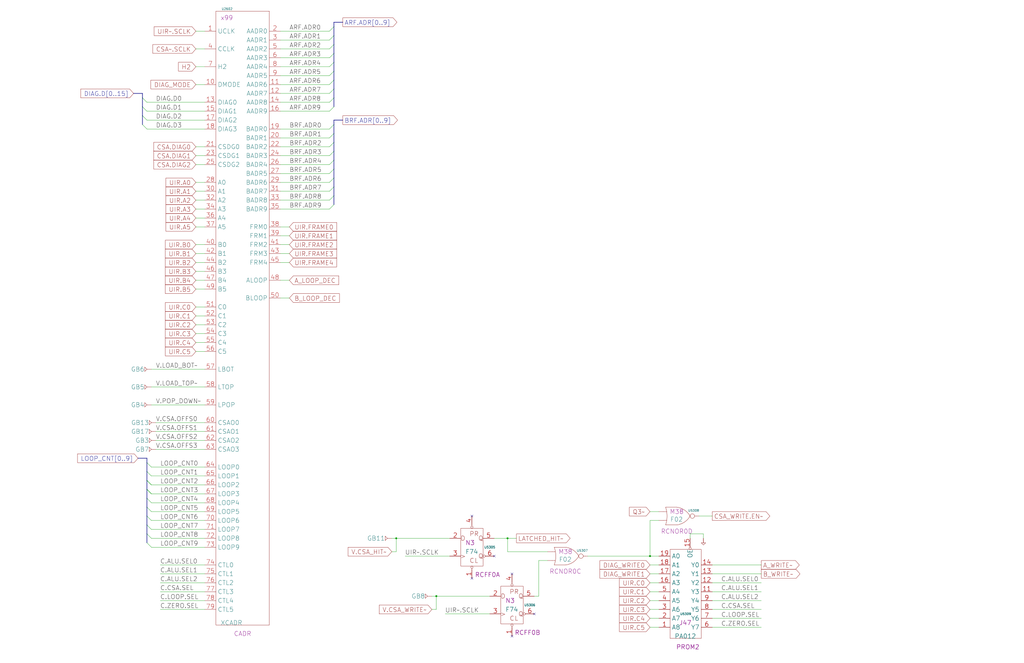
<source format=kicad_sch>
(kicad_sch (version 20230121) (generator eeschema)
  (paper "User" 584.2 378.46)
  (title_block (title "REGISTER FILE CONTROL\\nC ADDRESS GENERATION") (date "22-MAR-90") (rev "1.0") (comment 1 "VALUE") (comment 2 "232-003063") (comment 3 "S400") (comment 4 "RELEASED"))
  (lib_symbols
    (symbol "r1000:F02" (pin_numbers hide) (pin_names hide)
      (property "Reference" "U" (at 12.16 0.635 0))
      (property "Value" "F02" (at -1.27 -4.445 0))
      (property "Location" "___" (at 2.54 0 0))
      (property "Name" "______" (at 2.54 -12.7 0))
      (symbol "F02_0_1"
        (arc (start -3.81 -7.62) (mid -2.9847 -2.54) (end -3.81 2.54) (stroke (width 0.1524)))
        (polyline (pts (xy -5.08 -5.08) (xy -3.175 -5.08)) (stroke (width 0.1524)))
        (polyline (pts (xy -5.08 0) (xy -3.175 0)) (stroke (width 0.1524)))
        (polyline (pts (xy -3.81 -7.62) (xy 2.54 -7.62)) (stroke (width 0.1524)))
        (polyline (pts (xy -3.81 2.54) (xy 2.54 2.54)) (stroke (width 0.1524)))
        (polyline (pts (xy 13.97 -2.54) (xy 12.7 -2.54)) (stroke (width 0.1524)))
        (arc (start 2.54 -7.62) (mid 6.9515 -5.9823) (end 10.16 -2.54) (stroke (width 0.1524)))
        (arc (start 10.16 -2.54) (mid 6.9478 0.8966) (end 2.54 2.54) (stroke (width 0.1524)))
        (circle (center 11.43 -2.54) (radius 1.27) (stroke (width 0.1524)))
      )
      (symbol "F02_0_2"
        (circle (center -3.81 -5.08) (radius 1.27) (stroke (width 0.1524)))
        (circle (center -3.81 0) (radius 1.27) (stroke (width 0.1524)))
        (polyline (pts (xy -2.54 -7.62) (xy 5.08 -7.62)) (stroke (width 0.1524)))
        (polyline (pts (xy -2.54 2.54) (xy -2.54 -7.62)) (stroke (width 0.1524)))
        (polyline (pts (xy -2.54 2.54) (xy 5.08 2.54)) (stroke (width 0.1524)))
        (polyline (pts (xy 11.43 -2.54) (xy 10.16 -2.54)) (stroke (width 0.1524)))
        (polyline (pts (xy 11.43 -2.54) (xy 12.7 -2.54)) (stroke (width 0.1524)))
        (arc (start 5.08 -7.62) (mid 10.1282 -2.54) (end 5.08 2.54) (stroke (width 0.1524)))
      )
      (symbol "F02_1_1"
        (pin input line (at -7.62 0 0) (length 2.54) (name "D0") (number "1"))
        (pin input line (at -7.62 -5.08 0) (length 2.54) (name "D1") (number "2"))
        (pin output line (at 15.24 -2.54 180) (length 1.27) (name "Q") (number "3"))
      )
      (symbol "F02_1_2"
        (pin input line (at -7.62 0 0) (length 2.54) (name "D0") (number "1"))
        (pin input line (at -7.62 -5.08 0) (length 2.54) (name "D1") (number "2"))
        (pin output line (at 15.24 -2.54 180) (length 2.54) (name "Q") (number "3"))
      )
    )
    (symbol "r1000:F74" (pin_names (offset 1.016) hide)
      (property "Reference" "U" (at 12.7 -2.54 0))
      (property "Value" "F74" (at -1.27 -5.08 0))
      (property "Location" "___" (at -1.27 0 0))
      (property "Name" "______" (at 11.43 -19.685 0))
      (symbol "F74_0_1"
        (rectangle (start -3.81 8.255) (end 8.89 -13.335) (stroke (width 0.1524)))
        (polyline (pts (xy 2.54 -15.24) (xy 2.54 -14.605)) (stroke (width 0.1524)))
        (polyline (pts (xy 2.54 10.16) (xy 2.54 9.525)) (stroke (width 0.1524)))
      )
      (symbol "F74_1_1"
        (circle (center 2.54 -13.97) (radius 0.635))
        (circle (center 2.54 8.89) (radius 0.635))
        (circle (center 9.525 -7.62) (radius 0.635))
        (text ">" (at -2.54 -7.62 0) (effects (font (size 2.54 2.54))))
        (text "C" (at 2.54 -10.16 0) (effects (font (size 2.54 2.54))))
        (text "D" (at -2.54 2.54 0) (effects (font (size 2.54 2.54))))
        (text "L" (at 5.08 -10.16 0) (effects (font (size 2.54 2.54))))
        (text "P" (at 2.54 5.08 0) (effects (font (size 2.54 2.54))))
        (text "Q" (at 7.62 -7.62 0) (effects (font (size 2.54 2.54))))
        (text "Q" (at 7.62 2.54 0) (effects (font (size 2.54 2.54))))
        (text "R" (at 5.08 5.08 0) (effects (font (size 2.54 2.54))))
        (pin input line (at 2.54 -20.32 90) (length 5.08) (name "CL_") (number "1"))
        (pin input line (at -10.16 2.54 0) (length 6.35) (name "D") (number "2"))
        (pin input line (at -10.16 -7.62 0) (length 6.35) (name "CLK") (number "3"))
        (pin input line (at 2.54 15.24 270) (length 5.08) (name "PR_") (number "4"))
        (pin output line (at 15.24 2.54 180) (length 6.35) (name "Q") (number "5"))
        (pin output line (at 15.24 -7.62 180) (length 5.08) (name "Q_") (number "6"))
      )
    )
    (symbol "r1000:GB" (pin_numbers hide) (pin_names (offset 0) hide)
      (property "Reference" "GB" (at 3.81 0 0))
      (symbol "GB_0_1"
        (polyline (pts (xy 2.54 0) (xy 3.81 1.27) (xy 3.81 -1.27) (xy 2.54 0)) (stroke (width 0.1524)))
      )
      (symbol "GB_1_1"
        (pin bidirectional line (at 0 0 0) (length 2.54) (name "") (number "1"))
      )
    )
    (symbol "r1000:PAxxx" (pin_names (offset 1.016))
      (property "Reference" "U" (at 2.54 5.08 0))
      (property "Value" "PAxxx" (at -3.81 -7.62 0))
      (property "Location" "___" (at -1.27 0 0))
      (property "Name" "______" (at 3.81 -15.24 0))
      (symbol "PAxxx_1_1"
        (rectangle (start -6.35 41.91) (end 11.43 -8.89))
        (circle (center 5.08 42.545) (radius 0.635))
        (pin input line (at -12.7 -2.54 0) (length 6.35) (name "A8") (number "1"))
        (pin tri_state line (at 17.78 17.78 180) (length 6.35) (name "Y3") (number "11"))
        (pin tri_state line (at 17.78 22.86 180) (length 6.35) (name "Y2") (number "12"))
        (pin tri_state line (at 17.78 27.94 180) (length 6.35) (name "Y1") (number "13"))
        (pin tri_state line (at 17.78 33.02 180) (length 6.35) (name "Y0") (number "14"))
        (pin input line (at 5.08 48.26 270) (length 5.08) (name "OE") (number "15"))
        (pin input line (at -12.7 22.86 0) (length 6.35) (name "A3") (number "16"))
        (pin input line (at -12.7 27.94 0) (length 6.35) (name "A2") (number "17"))
        (pin input line (at -12.7 33.02 0) (length 6.35) (name "A1") (number "18"))
        (pin input line (at -12.7 38.1 0) (length 6.35) (name "A0") (number "19"))
        (pin input line (at -12.7 2.54 0) (length 6.35) (name "A7") (number "2"))
        (pin input line (at -12.7 7.62 0) (length 6.35) (name "A6") (number "3"))
        (pin input line (at -12.7 12.7 0) (length 6.35) (name "A5") (number "4"))
        (pin input line (at -12.7 17.78 0) (length 6.35) (name "A4") (number "5"))
        (pin tri_state line (at 17.78 -2.54 180) (length 6.35) (name "Y7") (number "6"))
        (pin tri_state line (at 17.78 2.54 180) (length 6.35) (name "Y6") (number "7"))
        (pin tri_state line (at 17.78 7.62 180) (length 6.35) (name "Y5") (number "8"))
        (pin tri_state line (at 17.78 12.7 180) (length 6.35) (name "Y4") (number "9"))
      )
    )
    (symbol "r1000:PD" (power) (pin_numbers hide) (pin_names hide) (in_bom no)
      (symbol "PD_0_1"
        (polyline (pts (xy 0 -2.54) (xy 1.27 -2.54) (xy 0 -3.81) (xy -1.27 -2.54) (xy 0 -2.54)) (stroke (width 0.1524)))
      )
      (symbol "PD_1_1"
        (pin power_in line (at 0 0 270) (length 2.54) (name "PD") (number "1"))
      )
    )
    (symbol "r1000:XCADR" (pin_names (offset 1.016))
      (property "Reference" "U" (at 2.54 5.08 0))
      (property "Value" "XCADR" (at -1.27 -345.44 0))
      (property "Location" "___" (at -1.27 0 0))
      (property "Name" "______" (at 11.43 -353.06 0))
      (symbol "XCADR_1_1"
        (rectangle (start -3.81 3.81) (end 26.67 -346.71))
        (pin input line (at -10.16 -7.62 0) (length 6.35) (name "UCLK") (number "1"))
        (pin input line (at -10.16 -38.1 0) (length 6.35) (name "DMODE") (number "10"))
        (pin output line (at 33.02 -38.1 180) (length 6.35) (name "AADR6") (number "11"))
        (pin output line (at 33.02 -43.18 180) (length 6.35) (name "AADR7") (number "12"))
        (pin input line (at -10.16 -48.26 0) (length 6.35) (name "DIAG0") (number "13"))
        (pin output line (at 33.02 -48.26 180) (length 6.35) (name "AADR8") (number "14"))
        (pin input line (at -10.16 -53.34 0) (length 6.35) (name "DIAG1") (number "15"))
        (pin output line (at 33.02 -53.34 180) (length 6.35) (name "AADR9") (number "16"))
        (pin input line (at -10.16 -58.42 0) (length 6.35) (name "DIAG2") (number "17"))
        (pin input line (at -10.16 -63.5 0) (length 6.35) (name "DIAG3") (number "18"))
        (pin output line (at 33.02 -63.5 180) (length 6.35) (name "BADR0") (number "19"))
        (pin output line (at 33.02 -7.62 180) (length 6.35) (name "AADR0") (number "2"))
        (pin output line (at 33.02 -68.58 180) (length 6.35) (name "BADR1") (number "20"))
        (pin input line (at -10.16 -73.66 0) (length 6.35) (name "CSDG0") (number "21"))
        (pin output line (at 33.02 -73.66 180) (length 6.35) (name "BADR2") (number "22"))
        (pin input line (at -10.16 -78.74 0) (length 6.35) (name "CSDG1") (number "23"))
        (pin output line (at 33.02 -78.74 180) (length 6.35) (name "BADR3") (number "24"))
        (pin input line (at -10.16 -83.82 0) (length 6.35) (name "CSDG2") (number "25"))
        (pin output line (at 33.02 -83.82 180) (length 6.35) (name "BADR4") (number "26"))
        (pin output line (at 33.02 -88.9 180) (length 6.35) (name "BADR5") (number "27"))
        (pin input line (at -10.16 -93.98 0) (length 6.35) (name "A0") (number "28"))
        (pin output line (at 33.02 -93.98 180) (length 6.35) (name "BADR6") (number "29"))
        (pin output line (at 33.02 -12.7 180) (length 6.35) (name "AADR1") (number "3"))
        (pin input line (at -10.16 -99.06 0) (length 6.35) (name "A1") (number "30"))
        (pin output line (at 33.02 -99.06 180) (length 6.35) (name "BADR7") (number "31"))
        (pin input line (at -10.16 -104.14 0) (length 6.35) (name "A2") (number "32"))
        (pin output line (at 33.02 -104.14 180) (length 6.35) (name "BADR8") (number "33"))
        (pin input line (at -10.16 -109.22 0) (length 6.35) (name "A3") (number "34"))
        (pin output line (at 33.02 -109.22 180) (length 6.35) (name "BADR9") (number "35"))
        (pin input line (at -10.16 -114.3 0) (length 6.35) (name "A4") (number "36"))
        (pin input line (at -10.16 -119.38 0) (length 6.35) (name "A5") (number "37"))
        (pin input line (at 33.02 -119.38 180) (length 6.35) (name "FRM0") (number "38"))
        (pin input line (at 33.02 -124.46 180) (length 6.35) (name "FRM1") (number "39"))
        (pin input line (at -10.16 -17.78 0) (length 6.35) (name "CCLK") (number "4"))
        (pin input line (at -10.16 -129.54 0) (length 6.35) (name "B0") (number "40"))
        (pin input line (at 33.02 -129.54 180) (length 6.35) (name "FRM2") (number "41"))
        (pin input line (at -10.16 -134.62 0) (length 6.35) (name "B1") (number "42"))
        (pin input line (at 33.02 -134.62 180) (length 6.35) (name "FRM3") (number "43"))
        (pin input line (at -10.16 -139.7 0) (length 6.35) (name "B2") (number "44"))
        (pin input line (at 33.02 -139.7 180) (length 6.35) (name "FRM4") (number "45"))
        (pin input line (at -10.16 -144.78 0) (length 6.35) (name "B3") (number "46"))
        (pin input line (at -10.16 -149.86 0) (length 6.35) (name "B4") (number "47"))
        (pin input line (at 33.02 -149.86 180) (length 6.35) (name "ALOOP") (number "48"))
        (pin input line (at -10.16 -154.94 0) (length 6.35) (name "B5") (number "49"))
        (pin output line (at 33.02 -17.78 180) (length 6.35) (name "AADR2") (number "5"))
        (pin input line (at 33.02 -160.02 180) (length 6.35) (name "BLOOP") (number "50"))
        (pin input line (at -10.16 -165.1 0) (length 6.35) (name "C0") (number "51"))
        (pin input line (at -10.16 -170.18 0) (length 6.35) (name "C1") (number "52"))
        (pin input line (at -10.16 -175.26 0) (length 6.35) (name "C2") (number "53"))
        (pin input line (at -10.16 -180.34 0) (length 6.35) (name "C3") (number "54"))
        (pin input line (at -10.16 -185.42 0) (length 6.35) (name "C4") (number "55"))
        (pin input line (at -10.16 -190.5 0) (length 6.35) (name "C5") (number "56"))
        (pin input line (at -10.16 -200.66 0) (length 6.35) (name "LBOT") (number "57"))
        (pin input line (at -10.16 -210.82 0) (length 6.35) (name "LTOP") (number "58"))
        (pin input line (at -10.16 -220.98 0) (length 6.35) (name "LPOP") (number "59"))
        (pin output line (at 33.02 -22.86 180) (length 6.35) (name "AADR3") (number "6"))
        (pin input line (at -10.16 -231.14 0) (length 6.35) (name "CSAO0") (number "60"))
        (pin input line (at -10.16 -236.22 0) (length 6.35) (name "CSAO1") (number "61"))
        (pin input line (at -10.16 -241.3 0) (length 6.35) (name "CSAO2") (number "62"))
        (pin input line (at -10.16 -246.38 0) (length 6.35) (name "CSAO3") (number "63"))
        (pin input line (at -10.16 -256.54 0) (length 6.35) (name "LOOP0") (number "64"))
        (pin input line (at -10.16 -261.62 0) (length 6.35) (name "LOOP1") (number "65"))
        (pin input line (at -10.16 -266.7 0) (length 6.35) (name "LOOP2") (number "66"))
        (pin input line (at -10.16 -271.78 0) (length 6.35) (name "LOOP3") (number "67"))
        (pin input line (at -10.16 -276.86 0) (length 6.35) (name "LOOP4") (number "68"))
        (pin input line (at -10.16 -281.94 0) (length 6.35) (name "LOOP5") (number "69"))
        (pin input line (at -10.16 -27.94 0) (length 6.35) (name "H2") (number "7"))
        (pin input line (at -10.16 -287.02 0) (length 6.35) (name "LOOP6") (number "70"))
        (pin input line (at -10.16 -292.1 0) (length 6.35) (name "LOOP7") (number "71"))
        (pin input line (at -10.16 -297.18 0) (length 6.35) (name "LOOP8") (number "72"))
        (pin input line (at -10.16 -302.26 0) (length 6.35) (name "LOOP9") (number "73"))
        (pin input line (at -10.16 -312.42 0) (length 6.35) (name "CTL0") (number "74"))
        (pin input line (at -10.16 -317.5 0) (length 6.35) (name "CTL1") (number "75"))
        (pin input line (at -10.16 -322.58 0) (length 6.35) (name "CTL2") (number "76"))
        (pin input line (at -10.16 -327.66 0) (length 6.35) (name "CTL3") (number "77"))
        (pin input line (at -10.16 -332.74 0) (length 6.35) (name "CTL4") (number "78"))
        (pin input line (at -10.16 -337.82 0) (length 6.35) (name "CTL5") (number "79"))
        (pin output line (at 33.02 -27.94 180) (length 6.35) (name "AADR4") (number "8"))
        (pin output line (at 33.02 -33.02 180) (length 6.35) (name "AADR5") (number "9"))
      )
    )
  )
  (junction (at 248.92 340.36))
  (junction (at 289.56 307.34))
  (junction (at 226.06 307.34))
  (junction (at 370.84 317.5))
  (no_connect (at 269.24 294.64))
  (no_connect (at 304.8 350.52))
  (no_connect (at 292.1 363.22))
  (no_connect (at 269.24 330.2))
  (no_connect (at 281.94 317.5))
  (no_connect (at 292.1 327.66))
  (bus_entry (at 190.5 106.68) (size -2.54 2.54))
  (bus_entry (at 83.82 269.24) (size 2.54 2.54))
  (bus_entry (at 83.82 299.72) (size 2.54 2.54))
  (bus_entry (at 83.82 279.4) (size 2.54 2.54))
  (bus_entry (at 190.5 60.96) (size -2.54 2.54))
  (bus_entry (at 81.28 71.12) (size 2.54 2.54))
  (bus_entry (at 190.5 25.4) (size -2.54 2.54))
  (bus_entry (at 190.5 45.72) (size -2.54 2.54))
  (bus_entry (at 190.5 86.36) (size -2.54 2.54))
  (bus_entry (at 83.82 304.8) (size 2.54 2.54))
  (bus_entry (at 81.28 66.04) (size 2.54 2.54))
  (bus_entry (at 190.5 81.28) (size -2.54 2.54))
  (bus_entry (at 81.28 55.88) (size 2.54 2.54))
  (bus_entry (at 190.5 116.84) (size -2.54 2.54))
  (bus_entry (at 190.5 30.48) (size -2.54 2.54))
  (bus_entry (at 190.5 96.52) (size -2.54 2.54))
  (bus_entry (at 83.82 294.64) (size 2.54 2.54))
  (bus_entry (at 81.28 60.96) (size 2.54 2.54))
  (bus_entry (at 83.82 309.88) (size 2.54 2.54))
  (bus_entry (at 190.5 101.6) (size -2.54 2.54))
  (bus_entry (at 83.82 264.16) (size 2.54 2.54))
  (bus_entry (at 190.5 15.24) (size -2.54 2.54))
  (bus_entry (at 190.5 35.56) (size -2.54 2.54))
  (bus_entry (at 190.5 91.44) (size -2.54 2.54))
  (bus_entry (at 190.5 50.8) (size -2.54 2.54))
  (bus_entry (at 190.5 55.88) (size -2.54 2.54))
  (bus_entry (at 83.82 289.56) (size 2.54 2.54))
  (bus_entry (at 190.5 76.2) (size -2.54 2.54))
  (bus_entry (at 190.5 40.64) (size -2.54 2.54))
  (bus_entry (at 190.5 71.12) (size -2.54 2.54))
  (bus_entry (at 83.82 284.48) (size 2.54 2.54))
  (bus_entry (at 83.82 274.32) (size 2.54 2.54))
  (bus_entry (at 83.82 279.4) (size 2.54 2.54))
  (bus_entry (at 190.5 111.76) (size -2.54 2.54))
  (bus_entry (at 190.5 20.32) (size -2.54 2.54))
  (bus_entry (at 83.82 274.32) (size 2.54 2.54))
  (wire (pts (xy 160.02 38.1) (xy 187.96 38.1)))
  (wire (pts (xy 160.02 63.5) (xy 187.96 63.5)))
  (wire (pts (xy 111.76 48.26) (xy 116.84 48.26)))
  (bus (pts (xy 83.82 279.4) (xy 83.82 284.48)))
  (bus (pts (xy 190.5 25.4) (xy 190.5 30.48)))
  (bus (pts (xy 190.5 106.68) (xy 190.5 111.76)))
  (wire (pts (xy 111.76 190.5) (xy 116.84 190.5)))
  (bus (pts (xy 190.5 86.36) (xy 190.5 91.44)))
  (wire (pts (xy 160.02 170.18) (xy 165.1 170.18)))
  (wire (pts (xy 160.02 53.34) (xy 187.96 53.34)))
  (wire (pts (xy 111.76 180.34) (xy 116.84 180.34)))
  (bus (pts (xy 190.5 20.32) (xy 190.5 25.4)))
  (wire (pts (xy 111.76 124.46) (xy 116.84 124.46)))
  (wire (pts (xy 111.76 93.98) (xy 116.84 93.98)))
  (wire (pts (xy 111.76 109.22) (xy 116.84 109.22)))
  (wire (pts (xy 88.9 241.3) (xy 116.84 241.3)))
  (wire (pts (xy 312.42 314.96) (xy 289.56 314.96)))
  (bus (pts (xy 190.5 68.58) (xy 190.5 71.12)))
  (wire (pts (xy 223.52 314.96) (xy 226.06 314.96)))
  (wire (pts (xy 111.76 144.78) (xy 116.84 144.78)))
  (wire (pts (xy 254 350.52) (xy 279.4 350.52)))
  (bus (pts (xy 83.82 294.64) (xy 83.82 289.56)))
  (bus (pts (xy 83.82 274.32) (xy 83.82 279.4)))
  (wire (pts (xy 111.76 195.58) (xy 116.84 195.58)))
  (wire (pts (xy 289.56 314.96) (xy 289.56 307.34)))
  (wire (pts (xy 83.82 63.5) (xy 116.84 63.5)))
  (bus (pts (xy 190.5 50.8) (xy 190.5 55.88)))
  (wire (pts (xy 111.76 149.86) (xy 116.84 149.86)))
  (wire (pts (xy 406.4 337.82) (xy 434.34 337.82)))
  (wire (pts (xy 160.02 160.02) (xy 165.1 160.02)))
  (wire (pts (xy 86.36 297.18) (xy 116.84 297.18)))
  (bus (pts (xy 76.2 53.34) (xy 81.28 53.34)))
  (wire (pts (xy 111.76 17.78) (xy 116.84 17.78)))
  (bus (pts (xy 190.5 40.64) (xy 190.5 45.72)))
  (wire (pts (xy 86.36 312.42) (xy 116.84 312.42)))
  (wire (pts (xy 307.34 320.04) (xy 312.42 320.04)))
  (wire (pts (xy 160.02 83.82) (xy 187.96 83.82)))
  (wire (pts (xy 375.92 297.18) (xy 370.84 297.18)))
  (wire (pts (xy 86.36 287.02) (xy 116.84 287.02)))
  (wire (pts (xy 226.06 314.96) (xy 226.06 307.34)))
  (wire (pts (xy 91.44 347.98) (xy 116.84 347.98)))
  (wire (pts (xy 160.02 48.26) (xy 187.96 48.26)))
  (wire (pts (xy 370.84 342.9) (xy 375.92 342.9)))
  (bus (pts (xy 81.28 60.96) (xy 81.28 66.04)))
  (wire (pts (xy 86.36 307.34) (xy 116.84 307.34)))
  (bus (pts (xy 190.5 101.6) (xy 190.5 106.68)))
  (wire (pts (xy 111.76 88.9) (xy 116.84 88.9)))
  (wire (pts (xy 111.76 200.66) (xy 116.84 200.66)))
  (bus (pts (xy 83.82 261.62) (xy 78.74 261.62)))
  (wire (pts (xy 165.1 139.7) (xy 160.02 139.7)))
  (wire (pts (xy 160.02 43.18) (xy 187.96 43.18)))
  (wire (pts (xy 165.1 144.78) (xy 160.02 144.78)))
  (wire (pts (xy 83.82 73.66) (xy 116.84 73.66)))
  (bus (pts (xy 195.58 68.58) (xy 190.5 68.58)))
  (wire (pts (xy 86.36 220.98) (xy 116.84 220.98)))
  (wire (pts (xy 111.76 185.42) (xy 116.84 185.42)))
  (wire (pts (xy 370.84 337.82) (xy 375.92 337.82)))
  (wire (pts (xy 111.76 38.1) (xy 116.84 38.1)))
  (wire (pts (xy 160.02 22.86) (xy 187.96 22.86)))
  (wire (pts (xy 406.4 342.9) (xy 434.34 342.9)))
  (wire (pts (xy 88.9 251.46) (xy 116.84 251.46)))
  (bus (pts (xy 190.5 30.48) (xy 190.5 35.56)))
  (bus (pts (xy 83.82 264.16) (xy 83.82 261.62)))
  (wire (pts (xy 111.76 165.1) (xy 116.84 165.1)))
  (bus (pts (xy 195.58 12.7) (xy 190.5 12.7)))
  (wire (pts (xy 86.36 210.82) (xy 116.84 210.82)))
  (wire (pts (xy 370.84 358.14) (xy 375.92 358.14)))
  (wire (pts (xy 304.8 340.36) (xy 307.34 340.36)))
  (bus (pts (xy 190.5 12.7) (xy 190.5 15.24)))
  (wire (pts (xy 91.44 327.66) (xy 116.84 327.66)))
  (wire (pts (xy 246.38 347.98) (xy 248.92 347.98)))
  (wire (pts (xy 111.76 160.02) (xy 116.84 160.02)))
  (bus (pts (xy 81.28 55.88) (xy 81.28 60.96)))
  (wire (pts (xy 86.36 276.86) (xy 116.84 276.86)))
  (wire (pts (xy 248.92 340.36) (xy 279.4 340.36)))
  (wire (pts (xy 248.92 347.98) (xy 248.92 340.36)))
  (wire (pts (xy 370.84 297.18) (xy 370.84 317.5)))
  (wire (pts (xy 248.92 340.36) (xy 246.38 340.36)))
  (wire (pts (xy 88.9 246.38) (xy 116.84 246.38)))
  (wire (pts (xy 307.34 340.36) (xy 307.34 320.04)))
  (wire (pts (xy 406.4 347.98) (xy 434.34 347.98)))
  (wire (pts (xy 111.76 129.54) (xy 116.84 129.54)))
  (wire (pts (xy 91.44 342.9) (xy 116.84 342.9)))
  (wire (pts (xy 370.84 322.58) (xy 375.92 322.58)))
  (wire (pts (xy 370.84 332.74) (xy 375.92 332.74)))
  (bus (pts (xy 190.5 71.12) (xy 190.5 76.2)))
  (wire (pts (xy 226.06 307.34) (xy 256.54 307.34)))
  (wire (pts (xy 165.1 149.86) (xy 160.02 149.86)))
  (wire (pts (xy 86.36 281.94) (xy 116.84 281.94)))
  (wire (pts (xy 160.02 93.98) (xy 187.96 93.98)))
  (wire (pts (xy 406.4 322.58) (xy 434.34 322.58)))
  (wire (pts (xy 111.76 154.94) (xy 116.84 154.94)))
  (bus (pts (xy 83.82 269.24) (xy 83.82 274.32)))
  (wire (pts (xy 406.4 358.14) (xy 434.34 358.14)))
  (wire (pts (xy 91.44 337.82) (xy 116.84 337.82)))
  (wire (pts (xy 165.1 134.62) (xy 160.02 134.62)))
  (wire (pts (xy 86.36 266.7) (xy 116.84 266.7)))
  (wire (pts (xy 160.02 27.94) (xy 187.96 27.94)))
  (wire (pts (xy 370.84 353.06) (xy 375.92 353.06)))
  (wire (pts (xy 83.82 68.58) (xy 116.84 68.58)))
  (wire (pts (xy 160.02 119.38) (xy 187.96 119.38)))
  (wire (pts (xy 111.76 104.14) (xy 116.84 104.14)))
  (wire (pts (xy 335.28 317.5) (xy 370.84 317.5)))
  (wire (pts (xy 86.36 292.1) (xy 116.84 292.1)))
  (wire (pts (xy 86.36 271.78) (xy 116.84 271.78)))
  (wire (pts (xy 226.06 307.34) (xy 223.52 307.34)))
  (wire (pts (xy 401.32 307.34) (xy 401.32 304.8)))
  (wire (pts (xy 165.1 129.54) (xy 160.02 129.54)))
  (wire (pts (xy 111.76 114.3) (xy 116.84 114.3)))
  (wire (pts (xy 111.76 83.82) (xy 116.84 83.82)))
  (bus (pts (xy 190.5 35.56) (xy 190.5 40.64)))
  (wire (pts (xy 160.02 99.06) (xy 187.96 99.06)))
  (wire (pts (xy 160.02 114.3) (xy 187.96 114.3)))
  (wire (pts (xy 370.84 347.98) (xy 375.92 347.98)))
  (bus (pts (xy 190.5 15.24) (xy 190.5 20.32)))
  (wire (pts (xy 91.44 322.58) (xy 116.84 322.58)))
  (wire (pts (xy 111.76 139.7) (xy 116.84 139.7)))
  (wire (pts (xy 398.78 294.64) (xy 406.4 294.64)))
  (wire (pts (xy 88.9 256.54) (xy 116.84 256.54)))
  (wire (pts (xy 160.02 58.42) (xy 187.96 58.42)))
  (bus (pts (xy 83.82 264.16) (xy 83.82 269.24)))
  (wire (pts (xy 111.76 119.38) (xy 116.84 119.38)))
  (wire (pts (xy 160.02 78.74) (xy 187.96 78.74)))
  (wire (pts (xy 393.7 304.8) (xy 393.7 307.34)))
  (bus (pts (xy 83.82 299.72) (xy 83.82 304.8)))
  (bus (pts (xy 81.28 53.34) (xy 81.28 55.88)))
  (bus (pts (xy 190.5 55.88) (xy 190.5 60.96)))
  (wire (pts (xy 370.84 292.1) (xy 375.92 292.1)))
  (bus (pts (xy 83.82 304.8) (xy 83.82 309.88)))
  (bus (pts (xy 190.5 91.44) (xy 190.5 96.52)))
  (wire (pts (xy 401.32 304.8) (xy 393.7 304.8)))
  (bus (pts (xy 81.28 66.04) (xy 81.28 71.12)))
  (wire (pts (xy 160.02 88.9) (xy 187.96 88.9)))
  (wire (pts (xy 160.02 17.78) (xy 187.96 17.78)))
  (wire (pts (xy 86.36 302.26) (xy 116.84 302.26)))
  (bus (pts (xy 190.5 111.76) (xy 190.5 116.84)))
  (wire (pts (xy 83.82 58.42) (xy 116.84 58.42)))
  (wire (pts (xy 111.76 27.94) (xy 116.84 27.94)))
  (wire (pts (xy 406.4 327.66) (xy 434.34 327.66)))
  (bus (pts (xy 190.5 96.52) (xy 190.5 101.6)))
  (wire (pts (xy 160.02 109.22) (xy 187.96 109.22)))
  (wire (pts (xy 111.76 175.26) (xy 116.84 175.26)))
  (wire (pts (xy 406.4 332.74) (xy 434.34 332.74)))
  (wire (pts (xy 281.94 307.34) (xy 289.56 307.34)))
  (bus (pts (xy 190.5 81.28) (xy 190.5 86.36)))
  (wire (pts (xy 86.36 231.14) (xy 116.84 231.14)))
  (wire (pts (xy 160.02 33.02) (xy 187.96 33.02)))
  (bus (pts (xy 190.5 76.2) (xy 190.5 81.28)))
  (bus (pts (xy 83.82 284.48) (xy 83.82 289.56)))
  (wire (pts (xy 231.14 317.5) (xy 256.54 317.5)))
  (wire (pts (xy 289.56 307.34) (xy 294.64 307.34)))
  (wire (pts (xy 160.02 73.66) (xy 187.96 73.66)))
  (wire (pts (xy 370.84 317.5) (xy 375.92 317.5)))
  (wire (pts (xy 160.02 104.14) (xy 187.96 104.14)))
  (wire (pts (xy 91.44 332.74) (xy 116.84 332.74)))
  (bus (pts (xy 190.5 45.72) (xy 190.5 50.8)))
  (wire (pts (xy 370.84 327.66) (xy 375.92 327.66)))
  (wire (pts (xy 406.4 353.06) (xy 434.34 353.06)))
  (bus (pts (xy 83.82 294.64) (xy 83.82 299.72)))
  (label "DIAG.D3" (at 88.9 73.66 0) (effects (font (size 2.54 2.54))))
  (label "V.POP_DOWN~" (at 88.9 231.14 0) (effects (font (size 2.54 2.54))))
  (label "V.CSA.OFFS1" (at 88.9 246.38 0) (effects (font (size 2.54 2.54))))
  (label "C.ZERO.SEL" (at 411.48 358.14 0) (effects (font (size 2.54 2.54))))
  (label "BRF.ADR4" (at 165.1 93.98 0) (effects (font (size 2.54 2.54))))
  (label "BRF.ADR6" (at 165.1 104.14 0) (effects (font (size 2.54 2.54))))
  (label "C.CSA.SEL" (at 411.48 347.98 0) (effects (font (size 2.54 2.54))))
  (label "ARF.ADR4" (at 165.1 38.1 0) (effects (font (size 2.54 2.54))))
  (label "DIAG.D1" (at 88.9 63.5 0) (effects (font (size 2.54 2.54))))
  (label "ARF.ADR1" (at 165.1 22.86 0) (effects (font (size 2.54 2.54))))
  (label "LOOP_CNT6" (at 91.44 297.18 0) (effects (font (size 2.54 2.54))))
  (label "LOOP_CNT9" (at 91.44 312.42 0) (effects (font (size 2.54 2.54))))
  (label "BRF.ADR9" (at 165.1 119.38 0) (effects (font (size 2.54 2.54))))
  (label "V.LOAD_BOT~" (at 88.9 210.82 0) (effects (font (size 2.54 2.54))))
  (label "LOOP_CNT7" (at 91.44 302.26 0) (effects (font (size 2.54 2.54))))
  (label "C.LOOP.SEL" (at 91.44 342.9 0) (effects (font (size 2.54 2.54))))
  (label "ARF.ADR0" (at 165.1 17.78 0) (effects (font (size 2.54 2.54))))
  (label "C.ALU.SEL2" (at 411.48 342.9 0) (effects (font (size 2.54 2.54))))
  (label "BRF.ADR7" (at 165.1 109.22 0) (effects (font (size 2.54 2.54))))
  (label "LOOP_CNT3" (at 91.44 281.94 0) (effects (font (size 2.54 2.54))))
  (label "C.CSA.SEL" (at 91.44 337.82 0) (effects (font (size 2.54 2.54))))
  (label "C.ALU.SEL1" (at 91.44 327.66 0) (effects (font (size 2.54 2.54))))
  (label "DIAG.D0" (at 88.9 58.42 0) (effects (font (size 2.54 2.54))))
  (label "BRF.ADR3" (at 165.1 88.9 0) (effects (font (size 2.54 2.54))))
  (label "V.CSA.OFFS2" (at 88.9 251.46 0) (effects (font (size 2.54 2.54))))
  (label "LOOP_CNT0" (at 91.44 266.7 0) (effects (font (size 2.54 2.54))))
  (label "LOOP_CNT1" (at 91.44 271.78 0) (effects (font (size 2.54 2.54))))
  (label "V.CSA.OFFS0" (at 88.9 241.3 0) (effects (font (size 2.54 2.54))))
  (label "UIR~.SCLK" (at 254 350.52 0) (effects (font (size 2.54 2.54))))
  (label "BRF.ADR5" (at 165.1 99.06 0) (effects (font (size 2.54 2.54))))
  (label "ARF.ADR7" (at 165.1 53.34 0) (effects (font (size 2.54 2.54))))
  (label "BRF.ADR8" (at 165.1 114.3 0) (effects (font (size 2.54 2.54))))
  (label "V.CSA.OFFS3" (at 88.9 256.54 0) (effects (font (size 2.54 2.54))))
  (label "LOOP_CNT4" (at 91.44 287.02 0) (effects (font (size 2.54 2.54))))
  (label "LOOP_CNT2" (at 91.44 276.86 0) (effects (font (size 2.54 2.54))))
  (label "DIAG.D2" (at 88.9 68.58 0) (effects (font (size 2.54 2.54))))
  (label "ARF.ADR8" (at 165.1 58.42 0) (effects (font (size 2.54 2.54))))
  (label "C.ALU.SEL2" (at 91.44 332.74 0) (effects (font (size 2.54 2.54))))
  (label "BRF.ADR1" (at 165.1 78.74 0) (effects (font (size 2.54 2.54))))
  (label "ARF.ADR3" (at 165.1 33.02 0) (effects (font (size 2.54 2.54))))
  (label "BRF.ADR2" (at 165.1 83.82 0) (effects (font (size 2.54 2.54))))
  (label "V.LOAD_TOP~" (at 88.9 220.98 0) (effects (font (size 2.54 2.54))))
  (label "C.ALU.SEL0" (at 91.44 322.58 0) (effects (font (size 2.54 2.54))))
  (label "C.ALU.SEL1" (at 411.48 337.82 0) (effects (font (size 2.54 2.54))))
  (label "LOOP_CNT8" (at 91.44 307.34 0) (effects (font (size 2.54 2.54))))
  (label "C.LOOP.SEL" (at 411.48 353.06 0) (effects (font (size 2.54 2.54))))
  (label "C.ALU.SEL0" (at 411.48 332.74 0) (effects (font (size 2.54 2.54))))
  (label "ARF.ADR5" (at 165.1 43.18 0) (effects (font (size 2.54 2.54))))
  (label "LOOP_CNT5" (at 91.44 292.1 0) (effects (font (size 2.54 2.54))))
  (label "ARF.ADR2" (at 165.1 27.94 0) (effects (font (size 2.54 2.54))))
  (label "ARF.ADR9" (at 165.1 63.5 0) (effects (font (size 2.54 2.54))))
  (label "C.ZERO.SEL" (at 91.44 347.98 0) (effects (font (size 2.54 2.54))))
  (label "ARF.ADR6" (at 165.1 48.26 0) (effects (font (size 2.54 2.54))))
  (label "UIR~.SCLK" (at 231.14 317.5 0) (effects (font (size 2.54 2.54))))
  (label "BRF.ADR0" (at 165.1 73.66 0) (effects (font (size 2.54 2.54))))
  (global_label "A_LOOP_DEC" (shape input) (at 165.1 160.02 0) (effects (font (size 2.54 2.54))) (property "Intersheetrefs" "${INTERSHEET_REFS}" (at 193.2698 159.8613 0) (effects (font (size 1.905 1.905)) (justify left))))
  (global_label "CSA~.SCLK" (shape input) (at 111.76 27.94 180) (effects (font (size 2.54 2.54))) (property "Intersheetrefs" "${INTERSHEET_REFS}" (at 87.2188 27.7813 0) (effects (font (size 1.905 1.905)) (justify right))))
  (global_label "UIR.C5" (shape input) (at 370.84 358.14 180) (effects (font (size 2.54 2.54))) (property "Intersheetrefs" "${INTERSHEET_REFS}" (at 352.4505 358.14 0) (effects (justify right))))
  (global_label "UIR.B0" (shape input) (at 111.76 139.7 180) (effects (font (size 2.54 2.54))) (property "Intersheetrefs" "${INTERSHEET_REFS}" (at 93.3705 139.7 0) (effects (justify right))))
  (global_label "Q3~" (shape input) (at 370.84 292.1 180) (effects (font (size 2.54 2.54))) (property "Intersheetrefs" "${INTERSHEET_REFS}" (at 358.1352 292.1 0) (effects (font (size 1.905 1.905)) (justify right))))
  (global_label "UIR.C5" (shape input) (at 111.76 200.66 180) (effects (font (size 2.54 2.54))) (property "Intersheetrefs" "${INTERSHEET_REFS}" (at 93.3705 200.66 0) (effects (justify right))))
  (global_label "DIAG_WRITE0" (shape input) (at 370.84 322.58 180) (effects (font (size 2.54 2.54))) (property "Intersheetrefs" "${INTERSHEET_REFS}" (at 341.323 322.58 0) (effects (justify right))))
  (global_label "UIR.C2" (shape input) (at 370.84 342.9 180) (effects (font (size 2.54 2.54))) (property "Intersheetrefs" "${INTERSHEET_REFS}" (at 352.4505 342.9 0) (effects (justify right))))
  (global_label "UIR.C1" (shape input) (at 111.76 180.34 180) (effects (font (size 2.54 2.54))) (property "Intersheetrefs" "${INTERSHEET_REFS}" (at 93.3705 180.34 0) (effects (justify right))))
  (global_label "UIR.C0" (shape input) (at 370.84 332.74 180) (effects (font (size 2.54 2.54))) (property "Intersheetrefs" "${INTERSHEET_REFS}" (at 352.4505 332.74 0) (effects (justify right))))
  (global_label "UIR.FRAME4" (shape input) (at 165.1 149.86 0) (effects (font (size 2.54 2.54))) (property "Intersheetrefs" "${INTERSHEET_REFS}" (at 193.0447 149.86 0) (effects (justify left))))
  (global_label "UIR.FRAME0" (shape input) (at 165.1 129.54 0) (effects (font (size 2.54 2.54))) (property "Intersheetrefs" "${INTERSHEET_REFS}" (at 193.0447 129.54 0) (effects (justify left))))
  (global_label "DIAG_MODE" (shape input) (at 111.76 48.26 180) (effects (font (size 2.54 2.54))) (property "Intersheetrefs" "${INTERSHEET_REFS}" (at 79.9616 48.1013 0) (effects (font (size 1.905 1.905)) (justify right))))
  (global_label "UIR.C4" (shape input) (at 111.76 195.58 180) (effects (font (size 2.54 2.54))) (property "Intersheetrefs" "${INTERSHEET_REFS}" (at 93.3705 195.58 0) (effects (justify right))))
  (global_label "UIR.B4" (shape input) (at 111.76 160.02 180) (effects (font (size 2.54 2.54))) (property "Intersheetrefs" "${INTERSHEET_REFS}" (at 93.3705 160.02 0) (effects (justify right))))
  (global_label "H2" (shape input) (at 111.76 38.1 180) (effects (font (size 2.54 2.54))) (property "Intersheetrefs" "${INTERSHEET_REFS}" (at 100.8695 38.1 0) (effects (justify right))))
  (global_label "UIR.A5" (shape input) (at 111.76 129.54 180) (effects (font (size 2.54 2.54))) (property "Intersheetrefs" "${INTERSHEET_REFS}" (at 93.7334 129.54 0) (effects (justify right))))
  (global_label "UIR.A1" (shape input) (at 111.76 109.22 180) (effects (font (size 2.54 2.54))) (property "Intersheetrefs" "${INTERSHEET_REFS}" (at 93.7334 109.22 0) (effects (justify right))))
  (global_label "B_LOOP_DEC" (shape input) (at 165.1 170.18 0) (effects (font (size 2.54 2.54))) (property "Intersheetrefs" "${INTERSHEET_REFS}" (at 194.2996 170.18 0) (effects (font (size 1.905 1.905)) (justify left))))
  (global_label "UIR.C3" (shape input) (at 111.76 190.5 180) (effects (font (size 2.54 2.54))) (property "Intersheetrefs" "${INTERSHEET_REFS}" (at 93.3705 190.5 0) (effects (justify right))))
  (global_label "UIR.FRAME3" (shape input) (at 165.1 144.78 0) (effects (font (size 2.54 2.54))) (property "Intersheetrefs" "${INTERSHEET_REFS}" (at 193.0447 144.78 0) (effects (justify left))))
  (global_label "UIR.A0" (shape input) (at 111.76 104.14 180) (effects (font (size 2.54 2.54))) (property "Intersheetrefs" "${INTERSHEET_REFS}" (at 93.7334 104.14 0) (effects (justify right))))
  (global_label "UIR.B5" (shape input) (at 111.76 165.1 180) (effects (font (size 2.54 2.54))) (property "Intersheetrefs" "${INTERSHEET_REFS}" (at 93.3705 165.1 0) (effects (justify right))))
  (global_label "ARF.ADR[0..9]" (shape output) (at 195.58 12.7 0) (effects (font (size 2.54 2.54))) (property "Intersheetrefs" "${INTERSHEET_REFS}" (at 226.4108 12.5413 0) (effects (font (size 1.905 1.905)) (justify left))))
  (global_label "UIR.C0" (shape input) (at 111.76 175.26 180) (effects (font (size 2.54 2.54))) (property "Intersheetrefs" "${INTERSHEET_REFS}" (at 93.3705 175.26 0) (effects (justify right))))
  (global_label "CSA.DIAG1" (shape input) (at 111.76 88.9 180) (effects (font (size 2.54 2.54))) (property "Intersheetrefs" "${INTERSHEET_REFS}" (at 87.7026 88.7413 0) (effects (font (size 1.905 1.905)) (justify right))))
  (global_label "B_WRITE~" (shape output) (at 434.34 327.66 0) (effects (font (size 2.54 2.54))) (property "Intersheetrefs" "${INTERSHEET_REFS}" (at 456.3412 327.5013 0) (effects (font (size 1.905 1.905)) (justify left))))
  (global_label "UIR.A2" (shape input) (at 111.76 114.3 180) (effects (font (size 2.54 2.54))) (property "Intersheetrefs" "${INTERSHEET_REFS}" (at 93.7334 114.3 0) (effects (justify right))))
  (global_label "A_WRITE~" (shape output) (at 434.34 322.58 0) (effects (font (size 2.54 2.54))) (property "Intersheetrefs" "${INTERSHEET_REFS}" (at 455.9784 322.4213 0) (effects (font (size 1.905 1.905)) (justify left))))
  (global_label "UIR.A4" (shape input) (at 111.76 124.46 180) (effects (font (size 2.54 2.54))) (property "Intersheetrefs" "${INTERSHEET_REFS}" (at 93.7334 124.46 0) (effects (justify right))))
  (global_label "LATCHED_HIT~" (shape output) (at 294.64 307.34 0) (effects (font (size 2.54 2.54))) (property "Intersheetrefs" "${INTERSHEET_REFS}" (at 325.2289 307.1813 0) (effects (font (size 1.905 1.905)) (justify left))))
  (global_label "UIR.C3" (shape input) (at 370.84 347.98 180) (effects (font (size 2.54 2.54))) (property "Intersheetrefs" "${INTERSHEET_REFS}" (at 352.4505 347.98 0) (effects (justify right))))
  (global_label "UIR.FRAME1" (shape input) (at 165.1 134.62 0) (effects (font (size 2.54 2.54))) (property "Intersheetrefs" "${INTERSHEET_REFS}" (at 193.0447 134.62 0) (effects (justify left))))
  (global_label "V.CSA_WRITE~" (shape input) (at 246.38 347.98 180) (effects (font (size 2.54 2.54))) (property "Intersheetrefs" "${INTERSHEET_REFS}" (at 216.3959 347.8213 0) (effects (font (size 1.905 1.905)) (justify right))))
  (global_label "UIR~.SCLK" (shape input) (at 111.76 17.78 180) (effects (font (size 2.54 2.54))) (property "Intersheetrefs" "${INTERSHEET_REFS}" (at 81.7759 17.6213 0) (effects (font (size 1.905 1.905)) (justify right))))
  (global_label "UIR.B3" (shape input) (at 111.76 154.94 180) (effects (font (size 2.54 2.54))) (property "Intersheetrefs" "${INTERSHEET_REFS}" (at 93.3705 154.94 0) (effects (justify right))))
  (global_label "DIAG.D[0..15]" (shape input) (at 76.2 53.34 180) (effects (font (size 2.54 2.54))) (property "Intersheetrefs" "${INTERSHEET_REFS}" (at 45.4284 53.34 0) (effects (font (size 1.905 1.905)) (justify right))))
  (global_label "CSA.DIAG2" (shape input) (at 111.76 93.98 180) (effects (font (size 2.54 2.54))) (property "Intersheetrefs" "${INTERSHEET_REFS}" (at 87.7026 93.8213 0) (effects (font (size 1.905 1.905)) (justify right))))
  (global_label "UIR.B2" (shape input) (at 111.76 149.86 180) (effects (font (size 2.54 2.54))) (property "Intersheetrefs" "${INTERSHEET_REFS}" (at 93.3705 149.86 0) (effects (justify right))))
  (global_label "UIR.A3" (shape input) (at 111.76 119.38 180) (effects (font (size 2.54 2.54))) (property "Intersheetrefs" "${INTERSHEET_REFS}" (at 93.7334 119.38 0) (effects (justify right))))
  (global_label "UIR.B1" (shape input) (at 111.76 144.78 180) (effects (font (size 2.54 2.54))) (property "Intersheetrefs" "${INTERSHEET_REFS}" (at 93.3705 144.78 0) (effects (justify right))))
  (global_label "UIR.C1" (shape input) (at 370.84 337.82 180) (effects (font (size 2.54 2.54))) (property "Intersheetrefs" "${INTERSHEET_REFS}" (at 352.4505 337.82 0) (effects (justify right))))
  (global_label "CSA.DIAG0" (shape input) (at 111.76 83.82 180) (effects (font (size 2.54 2.54))) (property "Intersheetrefs" "${INTERSHEET_REFS}" (at 87.7026 83.6613 0) (effects (font (size 1.905 1.905)) (justify right))))
  (global_label "BRF.ADR[0..9]" (shape output) (at 195.58 68.58 0) (effects (font (size 2.54 2.54))) (property "Intersheetrefs" "${INTERSHEET_REFS}" (at 227.4402 68.58 0) (effects (font (size 1.905 1.905)) (justify left))))
  (global_label "UIR.C4" (shape input) (at 370.84 353.06 180) (effects (font (size 2.54 2.54))) (property "Intersheetrefs" "${INTERSHEET_REFS}" (at 352.4505 353.06 0) (effects (justify right))))
  (global_label "UIR.C2" (shape input) (at 111.76 185.42 180) (effects (font (size 2.54 2.54))) (property "Intersheetrefs" "${INTERSHEET_REFS}" (at 93.3705 185.42 0) (effects (justify right))))
  (global_label "LOOP_CNT[0..9]" (shape input) (at 78.74 261.62 180) (effects (font (size 2.54 2.54))) (property "Intersheetrefs" "${INTERSHEET_REFS}" (at 44.2807 261.4613 0) (effects (font (size 1.905 1.905)) (justify right))))
  (global_label "DIAG_WRITE1" (shape input) (at 370.84 327.66 180) (effects (font (size 2.54 2.54))) (property "Intersheetrefs" "${INTERSHEET_REFS}" (at 341.323 327.66 0) (effects (justify right))))
  (global_label "V.CSA_HIT~" (shape input) (at 223.52 314.96 180) (effects (font (size 2.54 2.54))) (property "Intersheetrefs" "${INTERSHEET_REFS}" (at 198.6159 314.8013 0) (effects (font (size 1.905 1.905)) (justify right))))
  (global_label "UIR.FRAME2" (shape input) (at 165.1 139.7 0) (effects (font (size 2.54 2.54))) (property "Intersheetrefs" "${INTERSHEET_REFS}" (at 193.0447 139.7 0) (effects (justify left))))
  (global_label "CSA_WRITE.EN~" (shape output) (at 406.4 294.64 0) (effects (font (size 2.54 2.54))) (property "Intersheetrefs" "${INTERSHEET_REFS}" (at 439.166 294.4813 0) (effects (font (size 1.905 1.905)) (justify left))))
  (symbol (lib_id "r1000:GB") (at 86.36 210.82 0) (mirror y) (unit 1)
    (property "Reference" "GB6" (at 82.55 210.82 0) (effects (font (size 2.54 2.54)) (justify left)))
    (property "Value" "GB" (effects hide))
  )
  (symbol (lib_id "r1000:GB") (at 88.9 251.46 0) (mirror y) (unit 1)
    (property "Reference" "GB3" (at 85.09 251.46 0) (effects (font (size 2.54 2.54)) (justify left)))
    (property "Value" "GB" (effects hide))
  )
  (symbol (lib_id "r1000:GB") (at 86.36 231.14 0) (mirror y) (unit 1)
    (property "Reference" "GB4" (at 82.55 231.14 0) (effects (font (size 2.54 2.54)) (justify left)))
    (property "Value" "GB" (effects hide))
  )
  (symbol (lib_id "r1000:GB") (at 88.9 256.54 0) (mirror y) (unit 1)
    (property "Reference" "GB7" (at 85.09 256.54 0) (effects (font (size 2.54 2.54)) (justify left)))
    (property "Value" "GB" (effects hide))
  )
  (symbol (lib_id "r1000:PD") (at 401.32 307.34 0) (unit 1) (in_bom no)
    (property "Reference" "#PWR0121" (effects hide))
    (property "Value" "PD" (effects hide))
  )
  (symbol (lib_id "r1000:F02") (at 320.04 314.96 0) (unit 1)
    (property "Reference" "U5307" (at 332.2 314.325 0))
    (property "Value" "F02" (at 318.77 319.405 0) (effects (font (size 2.54 2.54)) (justify left)))
    (property "Location" "M38" (at 322.58 314.96 0) (effects (font (size 2.54 2.54))))
    (property "Name" "RCNOR0C" (at 322.58 327.66 0) (effects (font (size 2.54 2.54)) (justify bottom)))
  )
  (symbol (lib_id "r1000:GB") (at 223.52 307.34 0) (mirror y) (unit 1)
    (property "Reference" "GB11" (at 219.71 307.34 0) (effects (font (size 2.54 2.54)) (justify left)))
    (property "Value" "GB" (effects hide))
  )
  (symbol (lib_id "r1000:GB") (at 86.36 220.98 0) (mirror y) (unit 1)
    (property "Reference" "GB5" (at 82.55 220.98 0) (effects (font (size 2.54 2.54)) (justify left)))
    (property "Value" "GB" (effects hide))
  )
  (symbol (lib_id "r1000:F74") (at 289.56 342.9 0) (unit 1)
    (property "Reference" "U5306" (at 302.26 345.44 0))
    (property "Value" "F74" (at 288.29 347.98 0) (effects (font (size 2.54 2.54)) (justify left)))
    (property "Location" "N3" (at 288.29 342.9 0) (effects (font (size 2.54 2.54)) (justify left)))
    (property "Name" "RCFF0B" (at 300.99 362.585 0) (effects (font (size 2.54 2.54)) (justify bottom)))
  )
  (symbol (lib_id "r1000:GB") (at 88.9 246.38 0) (mirror y) (unit 1)
    (property "Reference" "GB17" (at 85.09 246.38 0) (effects (font (size 2.54 2.54)) (justify left)))
    (property "Value" "GB" (effects hide))
  )
  (symbol (lib_id "r1000:GB") (at 246.38 340.36 0) (mirror y) (unit 1)
    (property "Reference" "GB8" (at 242.57 340.36 0) (effects (font (size 2.54 2.54)) (justify left)))
    (property "Value" "GB" (effects hide))
  )
  (symbol (lib_id "r1000:F74") (at 266.7 309.88 0) (unit 1)
    (property "Reference" "U5305" (at 279.4 312.42 0))
    (property "Value" "F74" (at 265.43 314.96 0) (effects (font (size 2.54 2.54)) (justify left)))
    (property "Location" "N3" (at 265.43 309.88 0) (effects (font (size 2.54 2.54)) (justify left)))
    (property "Name" "RCFF0A" (at 278.13 329.565 0) (effects (font (size 2.54 2.54)) (justify bottom)))
  )
  (symbol (lib_id "r1000:PAxxx") (at 388.62 355.6 0) (unit 1)
    (property "Reference" "U5309" (at 391.16 350.52 0))
    (property "Value" "PA012" (at 384.81 363.22 0) (effects (font (size 2.54 2.54)) (justify left)))
    (property "Location" "J47" (at 387.35 355.6 0) (effects (font (size 2.54 2.54)) (justify left)))
    (property "Name" "PROM2" (at 392.43 370.84 0) (effects (font (size 2.54 2.54)) (justify bottom)))
  )
  (symbol (lib_id "r1000:GB") (at 88.9 241.3 0) (mirror y) (unit 1)
    (property "Reference" "GB13" (at 85.09 241.3 0) (effects (font (size 2.54 2.54)) (justify left)))
    (property "Value" "GB" (effects hide))
  )
  (symbol (lib_id "r1000:F02") (at 383.54 292.1 0) (unit 1)
    (property "Reference" "U5308" (at 395.7 291.465 0))
    (property "Value" "F02" (at 382.27 296.545 0) (effects (font (size 2.54 2.54)) (justify left)))
    (property "Location" "M38" (at 386.08 292.1 0) (effects (font (size 2.54 2.54))))
    (property "Name" "RCNOR0D" (at 386.08 304.8 0) (effects (font (size 2.54 2.54)) (justify bottom)))
  )
  (symbol (lib_id "r1000:XCADR") (at 127 10.16 0) (unit 1)
    (property "Reference" "U2602" (at 129.54 5.08 0))
    (property "Value" "XCADR" (at 125.73 355.6 0) (effects (font (size 2.54 2.54)) (justify left)))
    (property "Location" "x99" (at 125.73 10.16 0) (effects (font (size 2.54 2.54)) (justify left)))
    (property "Name" "CADR" (at 138.43 363.22 0) (effects (font (size 2.54 2.54)) (justify bottom)))
    (instances (project "VAL" (path "" (reference "U2602") (unit 1))) (project "TYP" (path "" (reference "U2803") (unit 1))))
  )
)
</source>
